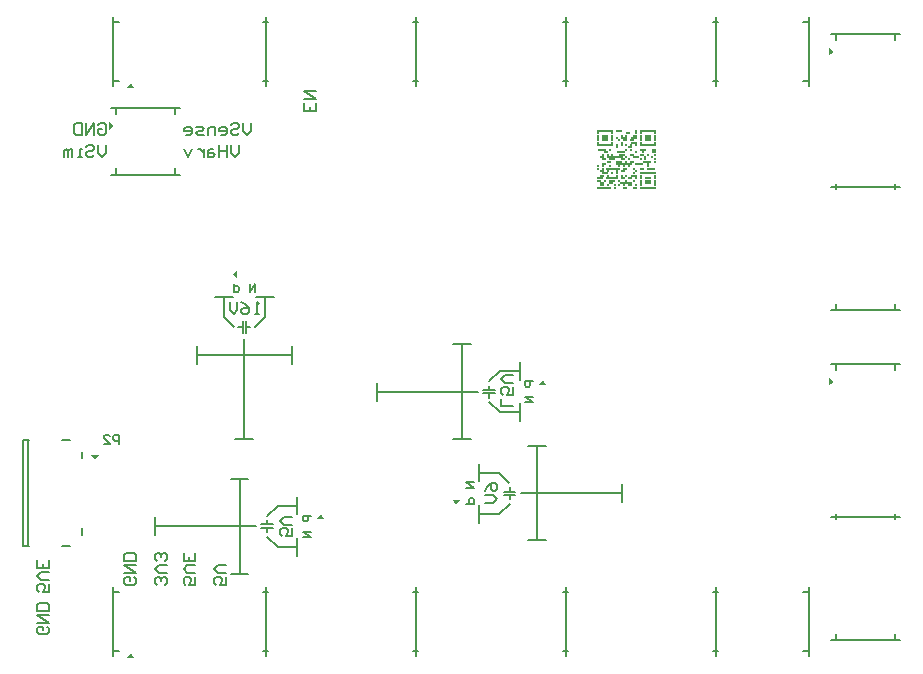
<source format=gbr>
%TF.GenerationSoftware,Altium Limited,Altium Designer,22.7.1 (60)*%
G04 Layer_Color=32896*
%FSLAX45Y45*%
%MOMM*%
%TF.SameCoordinates,2D3331B9-BAF7-4184-A00F-DBC0A2210F31*%
%TF.FilePolarity,Positive*%
%TF.FileFunction,Legend,Bot*%
%TF.Part,Single*%
G01*
G75*
%TA.AperFunction,NonConductor*%
%ADD112C,0.20000*%
%ADD113C,0.15000*%
%ADD114R,1.40000X0.15001*%
%ADD115R,0.60000X0.15001*%
%ADD116R,0.20000X0.15001*%
%ADD117R,0.40000X0.15001*%
%ADD118R,0.60000X0.14996*%
%ADD119R,0.20000X0.14996*%
%ADD120R,0.40000X0.14996*%
%ADD121R,1.40000X0.14996*%
%ADD122R,0.80000X0.14996*%
%ADD123R,1.20000X0.14996*%
%ADD124R,1.00000X0.14996*%
G36*
X2032000Y50500D02*
X1999842Y10500D01*
X2064157D01*
X2032000Y50500D01*
D02*
G37*
G36*
X1728921Y1690706D02*
X1761079Y1729294D01*
X1696764D01*
X1728921Y1690706D01*
D02*
G37*
G36*
X2895000Y3260000D02*
X2935000Y3227843D01*
Y3292157D01*
X2895000Y3260000D01*
D02*
G37*
G36*
X1892000Y4512400D02*
X1852000Y4544558D01*
Y4480243D01*
X1892000Y4512400D01*
D02*
G37*
G36*
X2032000Y4876500D02*
X1999842Y4836500D01*
X2064157D01*
X2032000Y4876500D01*
D02*
G37*
G36*
X3640000Y1225000D02*
X3607843Y1185000D01*
X3672158D01*
X3640000Y1225000D01*
D02*
G37*
G36*
X4790000Y1305000D02*
X4822157Y1345000D01*
X4757843D01*
X4790000Y1305000D01*
D02*
G37*
G36*
X5520000Y2365000D02*
X5487842Y2325000D01*
X5552157D01*
X5520000Y2365000D01*
D02*
G37*
G36*
X7988000Y2349500D02*
X7948000Y2381658D01*
Y2317343D01*
X7988000Y2349500D01*
D02*
G37*
G36*
Y5143500D02*
X7948000Y5175658D01*
Y5111343D01*
X7988000Y5143500D01*
D02*
G37*
D112*
X7963000Y160500D02*
X8548000D01*
X8003000Y164500D02*
Y214500D01*
X8508000Y164500D02*
Y214500D01*
Y1184500D02*
Y1229500D01*
X8003000Y1184500D02*
Y1229500D01*
X7972000Y1206500D02*
X8537000D01*
X8003000Y1184500D02*
Y1229500D01*
X8508000Y1184500D02*
Y1229500D01*
X7963000Y1206500D02*
X8548000D01*
X8003000Y2449500D02*
Y2499500D01*
X7963000Y2501500D02*
X8548000D01*
X8508000Y2449500D02*
Y2499500D01*
X7963000Y2954500D02*
X8548000D01*
X8003000Y2958500D02*
Y3008500D01*
X8508000Y2958500D02*
Y3008500D01*
Y3978500D02*
Y4023500D01*
X8003000Y3978500D02*
Y4023500D01*
X7972000Y4000500D02*
X8537000D01*
X8003000Y3978500D02*
Y4023500D01*
X8508000Y3978500D02*
Y4023500D01*
X7963000Y4000500D02*
X8548000D01*
X8003000Y5243500D02*
Y5293500D01*
X7963000Y5295500D02*
X8548000D01*
X8508000Y5243500D02*
Y5293500D01*
X6962000Y570500D02*
X7007000D01*
X6962000Y65500D02*
X7007000D01*
X6985000Y34500D02*
Y599500D01*
X6962000Y65500D02*
X7007000D01*
X6962000Y570500D02*
X7007000D01*
X6985000Y25500D02*
Y610500D01*
X5692000Y570500D02*
X5737000D01*
X5692000Y65500D02*
X5737000D01*
X5715000Y34500D02*
Y599500D01*
X5692000Y65500D02*
X5737000D01*
X5692000Y570500D02*
X5737000D01*
X5715000Y25500D02*
Y610500D01*
X4422000Y570500D02*
X4467000D01*
X4422000Y65500D02*
X4467000D01*
X4445000Y34500D02*
Y599500D01*
X4422000Y65500D02*
X4467000D01*
X4422000Y570500D02*
X4467000D01*
X4445000Y25500D02*
Y610500D01*
X7777000Y25500D02*
Y610500D01*
X7723000Y65500D02*
X7773000D01*
X7723000Y570500D02*
X7773000D01*
X3152000D02*
X3197000D01*
X3152000Y65500D02*
X3197000D01*
X3175000Y34500D02*
Y599500D01*
X3152000Y65500D02*
X3197000D01*
X3152000Y570500D02*
X3197000D01*
X3175000Y25500D02*
Y610500D01*
X1882000Y65500D02*
X1932000D01*
X1880000Y25500D02*
Y610500D01*
X1882000Y570500D02*
X1932000D01*
X6962000Y5396500D02*
X7007000D01*
X6962000Y4891500D02*
X7007000D01*
X6985000Y4860500D02*
Y5425500D01*
X6962000Y4891500D02*
X7007000D01*
X6962000Y5396500D02*
X7007000D01*
X6985000Y4851500D02*
Y5436500D01*
X5692000Y5396500D02*
X5737000D01*
X5692000Y4891500D02*
X5737000D01*
X5715000Y4860500D02*
Y5425500D01*
X5692000Y4891500D02*
X5737000D01*
X5692000Y5396500D02*
X5737000D01*
X5715000Y4851500D02*
Y5436500D01*
X4422000Y5396500D02*
X4467000D01*
X4422000Y4891500D02*
X4467000D01*
X4445000Y4860500D02*
Y5425500D01*
X4422000Y4891500D02*
X4467000D01*
X4422000Y5396500D02*
X4467000D01*
X4445000Y4851500D02*
Y5436500D01*
X7777000Y4851500D02*
Y5436500D01*
X7723000Y4891500D02*
X7773000D01*
X7723000Y5396500D02*
X7773000D01*
X3152000D02*
X3197000D01*
X3152000Y4891500D02*
X3197000D01*
X3175000Y4860500D02*
Y5425500D01*
X3152000Y4891500D02*
X3197000D01*
X3152000Y5396500D02*
X3197000D01*
X3175000Y4851500D02*
Y5436500D01*
X1882000Y4891500D02*
X1932000D01*
X1880000Y4851500D02*
Y5436500D01*
X1882000Y5396500D02*
X1932000D01*
X2412000Y4112400D02*
Y4157400D01*
X1907000Y4112400D02*
Y4157400D01*
X1867000Y4101400D02*
X2452000D01*
X2412000Y4612400D02*
Y4657400D01*
X1867000Y4664400D02*
X2452000D01*
X1907000Y4612400D02*
Y4657400D01*
X3399968Y1106645D02*
Y1040000D01*
X3349984D01*
X3366645Y1073322D01*
Y1089984D01*
X3349984Y1106645D01*
X3316661D01*
X3300000Y1089984D01*
Y1056661D01*
X3316661Y1040000D01*
X3399968Y1139968D02*
X3333323D01*
X3300000Y1173290D01*
X3333323Y1206613D01*
X3399968D01*
X5030032Y1423355D02*
X5046693Y1456677D01*
X5080016Y1490000D01*
X5113339D01*
X5130000Y1473338D01*
Y1440016D01*
X5113339Y1423355D01*
X5096677D01*
X5080016Y1440016D01*
Y1490000D01*
X5030032Y1390032D02*
X5096677D01*
X5130000Y1356710D01*
X5096677Y1323387D01*
X5030032D01*
X5269968Y2140000D02*
X5170000D01*
Y2206645D01*
X5269968Y2306612D02*
Y2239967D01*
X5219984D01*
X5236645Y2273290D01*
Y2289951D01*
X5219984Y2306612D01*
X5186661D01*
X5170000Y2289951D01*
Y2256629D01*
X5186661Y2239967D01*
X5269968Y2339935D02*
X5203323D01*
X5170000Y2373258D01*
X5203323Y2406580D01*
X5269968D01*
X3120000Y2920000D02*
X3086678D01*
X3103339D01*
Y3019968D01*
X3120000Y3003306D01*
X2970049Y3019968D02*
X3003371Y3003306D01*
X3036694Y2969984D01*
Y2936661D01*
X3020032Y2920000D01*
X2986710D01*
X2970049Y2936661D01*
Y2953323D01*
X2986710Y2969984D01*
X3036694D01*
X2936726Y3019968D02*
Y2953323D01*
X2903403Y2920000D01*
X2870081Y2953323D01*
Y3019968D01*
X1339968Y636645D02*
Y570000D01*
X1289984D01*
X1306645Y603322D01*
Y619984D01*
X1289984Y636645D01*
X1256661D01*
X1240000Y619984D01*
Y586661D01*
X1256661Y570000D01*
X1339968Y669968D02*
X1273323D01*
X1240000Y703290D01*
X1273323Y736613D01*
X1339968D01*
Y836580D02*
Y769935D01*
X1240000D01*
Y836580D01*
X1289984Y769935D02*
Y803258D01*
X1323306Y276645D02*
X1339968Y259983D01*
Y226661D01*
X1323306Y210000D01*
X1256661D01*
X1240000Y226661D01*
Y259983D01*
X1256661Y276645D01*
X1289984D01*
Y243322D01*
X1240000Y309967D02*
X1339968D01*
X1240000Y376612D01*
X1339968D01*
Y409935D02*
X1240000D01*
Y459919D01*
X1256661Y476580D01*
X1323306D01*
X1339968Y459919D01*
Y409935D01*
X2950000Y4349968D02*
Y4283322D01*
X2916677Y4250000D01*
X2883355Y4283322D01*
Y4349968D01*
X2850032D02*
Y4250000D01*
Y4299984D01*
X2783387D01*
Y4349968D01*
Y4250000D01*
X2733403Y4316645D02*
X2700080D01*
X2683419Y4299984D01*
Y4250000D01*
X2733403D01*
X2750064Y4266661D01*
X2733403Y4283322D01*
X2683419D01*
X2650097Y4316645D02*
Y4250000D01*
Y4283322D01*
X2633435Y4299984D01*
X2616774Y4316645D01*
X2600113D01*
X2550129D02*
X2516806Y4250000D01*
X2483484Y4316645D01*
X3050000Y4539968D02*
Y4473323D01*
X3016677Y4440000D01*
X2983355Y4473323D01*
Y4539968D01*
X2883387Y4523306D02*
X2900048Y4539968D01*
X2933371D01*
X2950032Y4523306D01*
Y4506645D01*
X2933371Y4489984D01*
X2900048D01*
X2883387Y4473323D01*
Y4456661D01*
X2900048Y4440000D01*
X2933371D01*
X2950032Y4456661D01*
X2800081Y4440000D02*
X2833403D01*
X2850064Y4456661D01*
Y4489984D01*
X2833403Y4506645D01*
X2800081D01*
X2783419Y4489984D01*
Y4473323D01*
X2850064D01*
X2750097Y4440000D02*
Y4506645D01*
X2700113D01*
X2683452Y4489984D01*
Y4440000D01*
X2650129D02*
X2600145D01*
X2583484Y4456661D01*
X2600145Y4473323D01*
X2633467D01*
X2650129Y4489984D01*
X2633467Y4506645D01*
X2583484D01*
X2500177Y4440000D02*
X2533500D01*
X2550161Y4456661D01*
Y4489984D01*
X2533500Y4506645D01*
X2500177D01*
X2483516Y4489984D01*
Y4473323D01*
X2550161D01*
X1820000Y4349968D02*
Y4283322D01*
X1786677Y4250000D01*
X1753355Y4283322D01*
Y4349968D01*
X1653387Y4333306D02*
X1670048Y4349968D01*
X1703371D01*
X1720032Y4333306D01*
Y4316645D01*
X1703371Y4299984D01*
X1670048D01*
X1653387Y4283322D01*
Y4266661D01*
X1670048Y4250000D01*
X1703371D01*
X1720032Y4266661D01*
X1620064Y4250000D02*
X1586742D01*
X1603403D01*
Y4316645D01*
X1620064D01*
X1536758Y4250000D02*
Y4316645D01*
X1520097D01*
X1503435Y4299984D01*
Y4250000D01*
Y4299984D01*
X1486774Y4316645D01*
X1470113Y4299984D01*
Y4250000D01*
X1753355Y4523306D02*
X1770016Y4539968D01*
X1803339D01*
X1820000Y4523306D01*
Y4456661D01*
X1803339Y4440000D01*
X1770016D01*
X1753355Y4456661D01*
Y4489984D01*
X1786677D01*
X1720032Y4440000D02*
Y4539968D01*
X1653387Y4440000D01*
Y4539968D01*
X1620064D02*
Y4440000D01*
X1570080D01*
X1553419Y4456661D01*
Y4523306D01*
X1570080Y4539968D01*
X1620064D01*
X3599968Y4706645D02*
Y4640000D01*
X3500000D01*
Y4706645D01*
X3549984Y4640000D02*
Y4673322D01*
X3500000Y4739967D02*
X3599968D01*
X3500000Y4806612D01*
X3599968D01*
X2839968Y696645D02*
Y630000D01*
X2789984D01*
X2806645Y663322D01*
Y679983D01*
X2789984Y696645D01*
X2756661D01*
X2740000Y679983D01*
Y646661D01*
X2756661Y630000D01*
X2839968Y729967D02*
X2773322D01*
X2740000Y763290D01*
X2773322Y796612D01*
X2839968D01*
X2579968Y696645D02*
Y630000D01*
X2529984D01*
X2546645Y663322D01*
Y679983D01*
X2529984Y696645D01*
X2496661D01*
X2480000Y679983D01*
Y646661D01*
X2496661Y630000D01*
X2579968Y729967D02*
X2513322D01*
X2480000Y763290D01*
X2513322Y796612D01*
X2579968D01*
Y896580D02*
Y829935D01*
X2480000D01*
Y896580D01*
X2529984Y829935D02*
Y863258D01*
X2323306Y630000D02*
X2339968Y646661D01*
Y679983D01*
X2323306Y696645D01*
X2306645D01*
X2289984Y679983D01*
Y663322D01*
Y679983D01*
X2273322Y696645D01*
X2256661D01*
X2240000Y679983D01*
Y646661D01*
X2256661Y630000D01*
X2339968Y729967D02*
X2273322D01*
X2240000Y763290D01*
X2273322Y796612D01*
X2339968D01*
X2323306Y829935D02*
X2339968Y846596D01*
Y879919D01*
X2323306Y896580D01*
X2306645D01*
X2289984Y879919D01*
Y863258D01*
Y879919D01*
X2273322Y896580D01*
X2256661D01*
X2240000Y879919D01*
Y846596D01*
X2256661Y829935D01*
X2063306Y696645D02*
X2079968Y679983D01*
Y646661D01*
X2063306Y630000D01*
X1996661D01*
X1980000Y646661D01*
Y679983D01*
X1996661Y696645D01*
X2029984D01*
Y663322D01*
X1980000Y729967D02*
X2079968D01*
X1980000Y796612D01*
X2079968D01*
Y829935D02*
X1980000D01*
Y879919D01*
X1996661Y896580D01*
X2063306D01*
X2079968Y879919D01*
Y829935D01*
D113*
X1120000Y955000D02*
Y1855000D01*
X1620000Y1055000D02*
Y1110000D01*
X1120000Y1855000D02*
X1170000D01*
X1160000Y955179D02*
Y1855000D01*
X1120000Y955000D02*
X1170000D01*
X1450000D02*
X1520000D01*
X1620000Y1700000D02*
Y1755000D01*
X1450000Y1855000D02*
X1520000D01*
X3190359Y1038124D02*
X3277459Y951024D01*
X3445000Y950000D02*
Y1024999D01*
X3445000Y875000D02*
Y950000D01*
X3277459Y950000D02*
X3445000D01*
Y1300000D02*
Y1375000D01*
X3445000Y1225000D02*
Y1300000D01*
X3189335Y1212900D02*
X3276435Y1300000D01*
X3277117D02*
X3277459D01*
X3445000D01*
X2955000Y1125000D02*
X3090000D01*
X2240000D02*
X2955000D01*
X2880001Y725000D02*
X2955000D01*
X2955000Y725000D02*
X3030000D01*
X2880001Y1525000D02*
X2955000D01*
X2955000Y1525000D02*
X3030000D01*
X2240000Y1050000D02*
Y1125000D01*
X2240000Y1125000D01*
Y1200000D01*
X3189846Y1075317D02*
X3189919Y1110317D01*
X3189846Y1140317D02*
Y1175317D01*
X3139919Y1140317D02*
X3239919D01*
X3139919Y1110317D02*
X3239919D01*
X2955000Y725000D02*
Y1525000D01*
X5070359Y2178124D02*
X5157459Y2091024D01*
X5325000Y2090000D02*
Y2164999D01*
X5325000Y2015000D02*
Y2090000D01*
X5157459Y2090000D02*
X5325000D01*
Y2440000D02*
Y2515000D01*
X5325000Y2365000D02*
Y2440000D01*
X5069335Y2352900D02*
X5156434Y2440000D01*
X5157117D02*
X5157459D01*
X5325000D01*
X4835000Y2265000D02*
X4970000D01*
X4120000D02*
X4835000D01*
X4760000Y1865000D02*
X4835000D01*
X4835000Y1865000D02*
X4910000D01*
X4760000Y2665000D02*
X4835000D01*
X4835000Y2665000D02*
X4910000D01*
X4120000Y2190000D02*
Y2265000D01*
X4120000Y2265000D01*
Y2340000D01*
X5069845Y2215317D02*
X5069918Y2250317D01*
X5069845Y2280317D02*
Y2315317D01*
X5019919Y2280317D02*
X5119918D01*
X5019919Y2250317D02*
X5119918D01*
X4835000Y1865000D02*
Y2665000D01*
X5152541Y1578976D02*
X5239641Y1491876D01*
X4985000Y1505001D02*
Y1580000D01*
X4985000Y1580000D02*
Y1655000D01*
X4985000Y1580000D02*
X5152541D01*
X4985000Y1155000D02*
Y1230000D01*
X4985000Y1230000D02*
Y1305000D01*
X5153566Y1230000D02*
X5240665Y1317100D01*
X5152541Y1230000D02*
X5152883D01*
X4985000D02*
X5152541D01*
X5340000Y1405000D02*
X5475000D01*
X6190000D01*
X5475000Y1805000D02*
X5550000D01*
X5400000Y1805000D02*
X5475000D01*
X5475000Y1005000D02*
X5550000D01*
X5400000Y1005000D02*
X5475000D01*
X6190000Y1405000D02*
Y1480000D01*
X6190000Y1405000D02*
X6190000Y1405000D01*
X6190000Y1330000D02*
Y1405000D01*
X5240081Y1419683D02*
X5240155Y1454683D01*
Y1354683D02*
Y1389683D01*
X5190082D02*
X5290081D01*
X5190082Y1419683D02*
X5290081D01*
X5475000Y1005000D02*
Y1805000D01*
X3081876Y2810359D02*
X3168976Y2897459D01*
X3095000Y3065000D02*
X3170000D01*
X3170000Y3065000D02*
X3245000D01*
X3170000Y2897459D02*
Y3065000D01*
X2745000D02*
X2820000D01*
X2820000Y3065000D02*
X2895000D01*
X2820000Y2896435D02*
X2907100Y2809335D01*
X2820000Y2897117D02*
Y2897459D01*
Y3065000D01*
X2995000Y2575000D02*
Y2710000D01*
Y1860000D02*
Y2575000D01*
X3395000Y2500001D02*
Y2575000D01*
X3395000Y2575000D02*
Y2650000D01*
X2595000Y2500001D02*
Y2575000D01*
X2595000Y2575000D02*
Y2650000D01*
X2995000Y1860000D02*
X3070000D01*
X2995000Y1860000D02*
X2995000Y1860000D01*
X2920000Y1860000D02*
X2995000D01*
X3009683Y2809919D02*
X3044683Y2809846D01*
X2944683D02*
X2979683D01*
Y2759919D02*
Y2859919D01*
X3009683Y2759919D02*
Y2859919D01*
X2595000Y2575000D02*
X3395000D01*
X3560000Y1080000D02*
X3490022D01*
X3560000Y1033348D01*
X3490022D01*
X3560000Y1215000D02*
X3490022D01*
Y1180011D01*
X3501685Y1168348D01*
X3525011D01*
X3536674Y1180011D01*
Y1215000D01*
X5440000Y2220000D02*
X5370022D01*
X5440000Y2173348D01*
X5370022D01*
X5440000Y2355000D02*
X5370022D01*
Y2320011D01*
X5381685Y2308348D01*
X5405011D01*
X5416674Y2320011D01*
Y2355000D01*
X4870000Y1450000D02*
X4939977D01*
X4870000Y1496651D01*
X4939977D01*
X4870000Y1315000D02*
X4939977D01*
Y1349988D01*
X4928314Y1361651D01*
X4904988D01*
X4893325Y1349988D01*
Y1315000D01*
X3039999Y3180000D02*
Y3110023D01*
X3086651Y3180000D01*
Y3110023D01*
X2904999Y3180000D02*
Y3110023D01*
X2939988D01*
X2951651Y3121686D01*
Y3145011D01*
X2939988Y3156674D01*
X2904999D01*
X1936645Y1820013D02*
Y1899987D01*
X1896658D01*
X1883329Y1886658D01*
Y1860000D01*
X1896658Y1846671D01*
X1936645D01*
X1803355Y1820013D02*
X1856671D01*
X1803355Y1873329D01*
Y1886658D01*
X1816684Y1899987D01*
X1843342D01*
X1856671Y1886658D01*
D114*
X6050000Y4472504D02*
D03*
X6409999D02*
D03*
D115*
X6170000D02*
D03*
X6050000Y4432504D02*
D03*
X6409999D02*
D03*
X6210000Y4412504D02*
D03*
X6369999Y4312504D02*
D03*
D116*
X6310000Y4472504D02*
D03*
X5990000Y4452504D02*
D03*
X6110000D02*
D03*
X6310000D02*
D03*
X6349999D02*
D03*
X6469999D02*
D03*
X5990000Y4432504D02*
D03*
X6110000D02*
D03*
X6190000D02*
D03*
X6230000D02*
D03*
X6349999D02*
D03*
X6469999D02*
D03*
X5990000Y4412504D02*
D03*
X6110000D02*
D03*
X6150000D02*
D03*
X6349999D02*
D03*
X6469999D02*
D03*
X5990000Y4392504D02*
D03*
X6110000D02*
D03*
X6349999D02*
D03*
X6469999D02*
D03*
X5990000Y4372504D02*
D03*
X6110000D02*
D03*
X6190000D02*
D03*
X6349999D02*
D03*
X6469999D02*
D03*
X6150000Y4352504D02*
D03*
X6190000D02*
D03*
X6230000D02*
D03*
X6270000D02*
D03*
X6310000D02*
D03*
X6150000Y4332504D02*
D03*
X6090000Y4312504D02*
D03*
X6230000D02*
D03*
X6270000D02*
D03*
D117*
X6240000Y4452504D02*
D03*
X6300000Y4432504D02*
D03*
X6220000Y4392504D02*
D03*
X6260000Y4332504D02*
D03*
X6459999Y4312504D02*
D03*
Y4292504D02*
D03*
D118*
X6050000Y4412501D02*
D03*
X6290000D02*
D03*
X6409999D02*
D03*
X6050000Y4392501D02*
D03*
X6409999D02*
D03*
X6290000Y4372501D02*
D03*
X6190000Y4272501D02*
D03*
X6310000Y4252502D02*
D03*
X6110000Y4232502D02*
D03*
X6170000Y4212502D02*
D03*
X6050000Y4112502D02*
D03*
X6290000Y4092502D02*
D03*
X6010000Y4072502D02*
D03*
X6409999D02*
D03*
X6110000Y4052502D02*
D03*
X6409999D02*
D03*
Y4032502D02*
D03*
D119*
X6170000Y4392501D02*
D03*
X6310000Y4292501D02*
D03*
X6369999D02*
D03*
X6030000Y4272501D02*
D03*
X6070000D02*
D03*
X6110000D02*
D03*
X6409999D02*
D03*
X6469999D02*
D03*
X6230000Y4252502D02*
D03*
X6389999D02*
D03*
X6449999D02*
D03*
X6250000Y4232502D02*
D03*
X6349999D02*
D03*
X6389999D02*
D03*
X6469999D02*
D03*
X6230000Y4212502D02*
D03*
X6469999D02*
D03*
X6409999Y4192502D02*
D03*
X5990000Y4172502D02*
D03*
X6030000D02*
D03*
X6090000D02*
D03*
X6170000D02*
D03*
X6210000D02*
D03*
X6250000D02*
D03*
X6409999D02*
D03*
X5990000Y4152502D02*
D03*
X6030000D02*
D03*
X6290000D02*
D03*
X6070000Y4132502D02*
D03*
X6150000D02*
D03*
X6310000D02*
D03*
X6110000Y4112502D02*
D03*
X6150000D02*
D03*
X6290000D02*
D03*
X6070000Y4092502D02*
D03*
X6150000D02*
D03*
X6190000D02*
D03*
X6230000D02*
D03*
X6349999D02*
D03*
X6469999D02*
D03*
X6310000Y4072502D02*
D03*
X6349999D02*
D03*
X6469999D02*
D03*
X6050000Y4052502D02*
D03*
X6170000D02*
D03*
X6230000D02*
D03*
X6290000D02*
D03*
X6349999D02*
D03*
X6469999D02*
D03*
X6349999Y4032502D02*
D03*
X6469999D02*
D03*
X6070000Y4012502D02*
D03*
X6130000D02*
D03*
X6170000D02*
D03*
X6210000D02*
D03*
X6310000D02*
D03*
X6349999D02*
D03*
X6469999D02*
D03*
X6130000Y3992502D02*
D03*
D120*
X6280000Y4392501D02*
D03*
X6060000Y4292501D02*
D03*
X6280000Y4272501D02*
D03*
X6359999D02*
D03*
X6020000Y4252502D02*
D03*
X6040000Y4232502D02*
D03*
X6200000D02*
D03*
X6080000Y4212502D02*
D03*
X6280000D02*
D03*
X6040000Y4192502D02*
D03*
X6220000Y4152502D02*
D03*
X6359999D02*
D03*
X6020000Y4132502D02*
D03*
X6200000D02*
D03*
X6020000Y4092502D02*
D03*
X6200000Y4072502D02*
D03*
X6260000D02*
D03*
X6000000Y4052502D02*
D03*
X6020000Y4032502D02*
D03*
X6100000D02*
D03*
X6020000Y4012502D02*
D03*
X6260000D02*
D03*
X6220000Y3992502D02*
D03*
X6300000D02*
D03*
D121*
X6050000Y4352501D02*
D03*
X6409999D02*
D03*
X6130000Y4252502D02*
D03*
X6210000Y4192502D02*
D03*
X6409999Y4112502D02*
D03*
Y3992502D02*
D03*
D122*
X6020000Y4312501D02*
D03*
X6180000Y4292501D02*
D03*
X6399999Y4212502D02*
D03*
X6340000Y4192502D02*
D03*
X6439999Y4152502D02*
D03*
D123*
X6120000D02*
D03*
X6040000Y3992502D02*
D03*
D124*
X6110000Y4072502D02*
D03*
X6230000Y4032502D02*
D03*
%TF.MD5,bacaca450ac0e328c66aa210c73009c3*%
M02*

</source>
